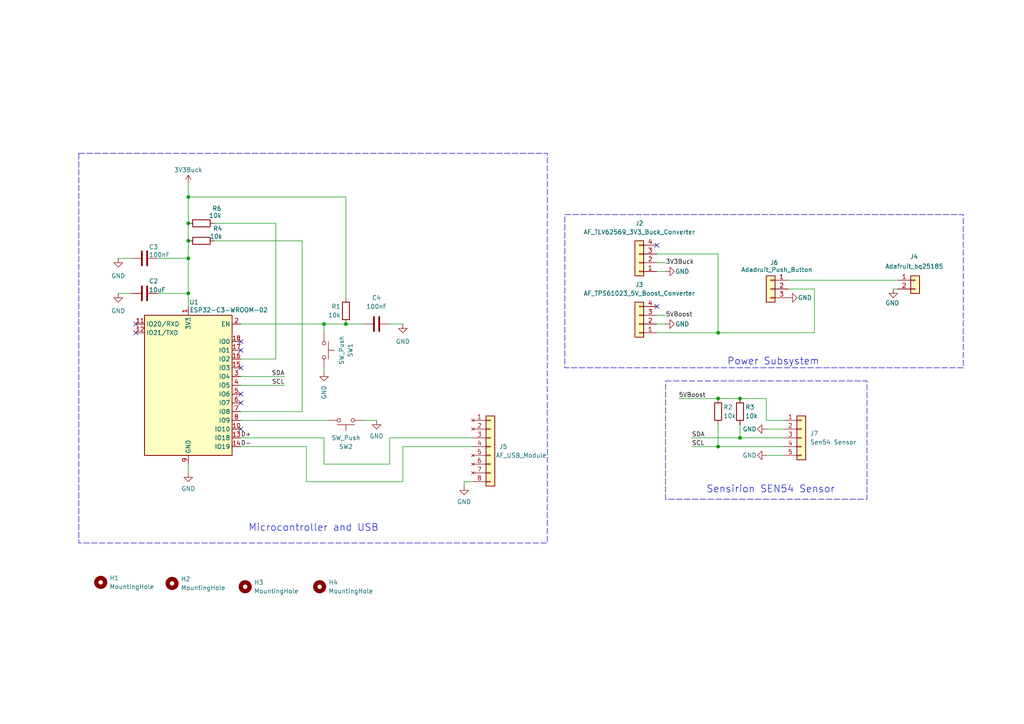
<source format=kicad_sch>
(kicad_sch (version 20231120) (generator "eeschema") (generator_version "8.0")
  (paper "A4")
  (title_block (title "Ramen Sensor") (date "2025-04-02") (rev "v1"))
  (lib_symbols
    (symbol "Conn_01x04_1" (pin_names (offset 1.016) hide)
      (property "Reference" "J2" (at 0 -11.43 0))
      (property "Value" "AF_TLV62569_3V3_Buck_Converter" (at 0 -8.89 0))
      (symbol "Conn_01x04_1_1_1"
        (rectangle (start -1.27 -4.953) (end 0 -5.207) (stroke (width 0.1524)))
        (rectangle (start -1.27 -2.413) (end 0 -2.667) (stroke (width 0.1524)))
        (rectangle (start -1.27 0.127) (end 0 -0.127) (stroke (width 0.1524)))
        (rectangle (start -1.27 2.667) (end 0 2.413) (stroke (width 0.1524)))
        (rectangle (start -1.27 3.81) (end 1.27 -6.35) (stroke (width 0.254)) (fill (type background)))
        (pin power_in line (at -5.08 2.54 0) (length 3.81) (name "GND") (number "1"))
        (pin power_out line (at -5.08 0 0) (length 3.81) (name "3V") (number "2"))
        (pin power_in line (at -5.08 -2.54 0) (length 3.81) (name "Vin") (number "3"))
        (pin input line (at -5.08 -5.08 0) (length 3.81) (name "En") (number "4"))
      )
    )
    (symbol "Connector_Generic:Conn_01x02" (pin_names (offset 1.016) hide)
      (property "Reference" "J4" (at 2.54 0.0001 0))
      (property "Value" "Conn_01x02" (at 2.54 -2.5399 0))
      (symbol "Conn_01x02_1_1"
        (rectangle (start -1.27 -2.413) (end 0 -2.667) (stroke (width 0.1524)))
        (rectangle (start -1.27 0.127) (end 0 -0.127) (stroke (width 0.1524)))
        (rectangle (start -1.27 1.27) (end 1.27 -3.81) (stroke (width 0.254)) (fill (type background)))
        (pin power_out line (at -5.08 0 0) (length 3.81) (name "load+") (number "1"))
        (pin power_out line (at -5.08 -2.54 0) (length 3.81) (name "load-") (number "2"))
      )
    )
    (symbol "Connector_Generic:Conn_01x03" (pin_names (offset 1.016) hide)
      (property "Reference" "J6" (at -1.016 7.62 0))
      (property "Value" "Adadruit_Push_Button" (at -1.778 5.588 0))
      (symbol "Conn_01x03_1_1"
        (rectangle (start -1.27 -2.413) (end 0 -2.667) (stroke (width 0.1524)))
        (rectangle (start -1.27 0.127) (end 0 -0.127) (stroke (width 0.1524)))
        (rectangle (start -1.27 2.667) (end 0 2.413) (stroke (width 0.1524)))
        (rectangle (start -1.27 3.81) (end 1.27 -3.81) (stroke (width 0.254)) (fill (type background)))
        (pin power_in line (at -5.08 2.54 0) (length 3.81) (name "Vin") (number "1"))
        (pin power_out line (at -5.08 0 0) (length 3.81) (name "Vout") (number "2"))
        (pin power_in line (at -5.08 -2.54 0) (length 3.81) (name "GND") (number "3"))
      )
    )
    (symbol "Connector_Generic:Conn_01x04" (pin_names (offset 1.016) hide)
      (property "Reference" "J3" (at 0 -11.43 0))
      (property "Value" "AF_TPS61023_5V_Buck_Converter" (at 0 -8.89 0))
      (symbol "Conn_01x04_1_1"
        (rectangle (start -1.27 -4.953) (end 0 -5.207) (stroke (width 0.1524)))
        (rectangle (start -1.27 -2.413) (end 0 -2.667) (stroke (width 0.1524)))
        (rectangle (start -1.27 0.127) (end 0 -0.127) (stroke (width 0.1524)))
        (rectangle (start -1.27 2.667) (end 0 2.413) (stroke (width 0.1524)))
        (rectangle (start -1.27 3.81) (end 1.27 -6.35) (stroke (width 0.254)) (fill (type background)))
        (pin power_in line (at -5.08 2.54 0) (length 3.81) (name "Vin") (number "1"))
        (pin power_in line (at -5.08 0 0) (length 3.81) (name "GND") (number "2"))
        (pin power_out line (at -5.08 -2.54 0) (length 3.81) (name "5V") (number "3"))
        (pin input line (at -5.08 -5.08 0) (length 3.81) (name "EN") (number "4"))
      )
    )
    (symbol "Connector_Generic:Conn_01x05" (pin_names (offset 1.016) hide)
      (property "Reference" "J7" (at 2.54 1.2701 0))
      (property "Value" "Conn_01x05" (at 2.54 -1.2699 0))
      (symbol "Conn_01x05_1_1"
        (rectangle (start -1.27 -4.953) (end 0 -5.207) (stroke (width 0.1524)))
        (rectangle (start -1.27 -2.413) (end 0 -2.667) (stroke (width 0.1524)))
        (rectangle (start -1.27 0.127) (end 0 -0.127) (stroke (width 0.1524)))
        (rectangle (start -1.27 2.667) (end 0 2.413) (stroke (width 0.1524)))
        (rectangle (start -1.27 5.207) (end 0 4.953) (stroke (width 0.1524)))
        (rectangle (start -1.27 6.35) (end 1.27 -6.35) (stroke (width 0.254)) (fill (type background)))
        (pin power_in line (at -5.08 5.08 0) (length 3.81) (name "VDD") (number "1"))
        (pin power_in line (at -5.08 2.54 0) (length 3.81) (name "GND") (number "2"))
        (pin bidirectional line (at -5.08 0 0) (length 3.81) (name "SDA") (number "3"))
        (pin bidirectional line (at -5.08 -2.54 0) (length 3.81) (name "SCL") (number "4"))
        (pin passive line (at -5.08 -5.08 0) (length 3.81) (name "SEL") (number "5"))
      )
    )
    (symbol "Connector_Generic:Conn_01x08" (pin_names (offset 1.016) hide)
      (property "Reference" "J5" (at 2.54 0.0001 0))
      (property "Value" "AF_USB_Module" (at 1.524 -2.54 0))
      (symbol "Conn_01x08_1_1"
        (rectangle (start -1.27 -10.033) (end 0 -10.287) (stroke (width 0.1524)))
        (rectangle (start -1.27 -7.493) (end 0 -7.747) (stroke (width 0.1524)))
        (rectangle (start -1.27 -4.953) (end 0 -5.207) (stroke (width 0.1524)))
        (rectangle (start -1.27 -2.413) (end 0 -2.667) (stroke (width 0.1524)))
        (rectangle (start -1.27 0.127) (end 0 -0.127) (stroke (width 0.1524)))
        (rectangle (start -1.27 2.667) (end 0 2.413) (stroke (width 0.1524)))
        (rectangle (start -1.27 5.207) (end 0 4.953) (stroke (width 0.1524)))
        (rectangle (start -1.27 7.747) (end 0 7.493) (stroke (width 0.1524)))
        (rectangle (start -1.27 8.89) (end 1.27 -11.43) (stroke (width 0.254)) (fill (type background)))
        (pin no_connect line (at -5.08 7.62 0) (length 3.81) (name "CC2") (number "1"))
        (pin no_connect line (at -5.08 5.08 0) (length 3.81) (name "SBU1") (number "2"))
        (pin bidirectional line (at -5.08 2.54 0) (length 3.81) (name "D+") (number "3"))
        (pin bidirectional line (at -5.08 0 0) (length 3.81) (name "D-") (number "4"))
        (pin no_connect line (at -5.08 -2.54 0) (length 3.81) (name "CC1") (number "5"))
        (pin no_connect line (at -5.08 -5.08 0) (length 3.81) (name "SBU2") (number "6"))
        (pin no_connect line (at -5.08 -7.62 0) (length 3.81) (name "VBUS") (number "7"))
        (pin power_in line (at -5.08 -10.16 0) (length 3.81) (name "GND") (number "8"))
      )
    )
    (symbol "Device:C" (pin_numbers hide) (pin_names (offset 0.254))
      (property "Reference" "C" (at 0.635 2.54 0))
      (property "Value" "C" (at 0.635 -2.54 0))
      (symbol "C_0_1"
        (polyline (pts (xy -2.032 -0.762) (xy 2.032 -0.762)) (stroke (width 0.508)))
        (polyline (pts (xy -2.032 0.762) (xy 2.032 0.762)) (stroke (width 0.508)))
      )
      (symbol "C_1_1"
        (pin passive line (at 0 3.81 270) (length 2.794) (name "~") (number "1"))
        (pin passive line (at 0 -3.81 90) (length 2.794) (name "~") (number "2"))
      )
    )
    (symbol "Device:R" (pin_numbers hide) (pin_names (offset 0))
      (property "Reference" "R" (at 2.032 0 90))
      (property "Value" "R" (at 0 0 90))
      (symbol "R_0_1"
        (rectangle (start -1.016 -2.54) (end 1.016 2.54) (stroke (width 0.254)))
      )
      (symbol "R_1_1"
        (pin passive line (at 0 3.81 270) (length 1.27) (name "~") (number "1"))
        (pin passive line (at 0 -3.81 90) (length 1.27) (name "~") (number "2"))
      )
    )
    (symbol "Mechanical:MountingHole" (pin_names (offset 1.016)) (exclude_from_sim yes) (in_bom no)
      (property "Reference" "H" (at 0 5.08 0))
      (property "Value" "MountingHole" (at 0 3.175 0))
      (symbol "MountingHole_0_1"
        (circle (center 0 0) (radius 1.27) (stroke (width 1.27)))
      )
    )
    (symbol "RF_Module:ESP32-C3-WROOM-02"
      (property "Reference" "U" (at -12.192 21.336 0))
      (property "Value" "ESP32-C3-WROOM-02" (at 12.192 21.336 0))
      (symbol "ESP32-C3-WROOM-02_1_1"
        (rectangle (start -12.7 20.32) (end 12.7 -20.32) (stroke (width 0.254)) (fill (type background)))
        (pin power_in line (at 0 22.86 270) (length 2.54) (name "3V3") (number "1"))
        (pin bidirectional line (at -15.24 -12.7 0) (length 2.54) (name "IO10") (number "10"))
        (pin bidirectional line (at 15.24 17.78 180) (length 2.54) (name "IO20/RXD") (number "11"))
        (pin bidirectional line (at 15.24 15.24 180) (length 2.54) (name "IO21/TXD") (number "12"))
        (pin bidirectional line (at -15.24 -15.24 0) (length 2.54) (name "IO18") (number "13"))
        (pin bidirectional line (at -15.24 -17.78 0) (length 2.54) (name "IO19") (number "14"))
        (pin bidirectional line (at -15.24 5.08 0) (length 2.54) (name "IO3") (number "15"))
        (pin bidirectional line (at -15.24 7.62 0) (length 2.54) (name "IO2") (number "16"))
        (pin bidirectional line (at -15.24 10.16 0) (length 2.54) (name "IO1") (number "17"))
        (pin bidirectional line (at -15.24 12.7 0) (length 2.54) (name "IO0") (number "18"))
        (pin passive line (at 0 -22.86 90) (length 2.54) hide (name "GND") (number "19"))
        (pin input line (at -15.24 17.78 0) (length 2.54) (name "EN") (number "2"))
        (pin bidirectional line (at -15.24 2.54 0) (length 2.54) (name "IO4") (number "3"))
        (pin bidirectional line (at -15.24 0 0) (length 2.54) (name "IO5") (number "4"))
        (pin bidirectional line (at -15.24 -2.54 0) (length 2.54) (name "IO6") (number "5"))
        (pin bidirectional line (at -15.24 -5.08 0) (length 2.54) (name "IO7") (number "6"))
        (pin bidirectional line (at -15.24 -7.62 0) (length 2.54) (name "IO8") (number "7"))
        (pin bidirectional line (at -15.24 -10.16 0) (length 2.54) (name "IO9") (number "8"))
        (pin power_in line (at 0 -22.86 90) (length 2.54) (name "GND") (number "9"))
      )
    )
    (symbol "Switch:SW_Push" (pin_numbers hide) (pin_names (offset 1.016) hide)
      (property "Reference" "SW" (at 1.27 2.54 0))
      (property "Value" "SW_Push" (at 0 -1.524 0))
      (symbol "SW_Push_0_1"
        (circle (center -2.032 0) (radius 0.508))
        (polyline (pts (xy 0 1.27) (xy 0 3.048)))
        (polyline (pts (xy 2.54 1.27) (xy -2.54 1.27)))
        (circle (center 2.032 0) (radius 0.508))
        (pin passive line (at -5.08 0 0) (length 2.54) (name "1") (number "1"))
        (pin passive line (at 5.08 0 180) (length 2.54) (name "2") (number "2"))
      )
    )
    (symbol "power:+3V3" (power) (pin_numbers hide) (pin_names (offset 0) hide)
      (property "Value" "+3V3" (at 0 3.556 0))
      (symbol "+3V3_0_1"
        (polyline (pts (xy -0.762 1.27) (xy 0 2.54)))
        (polyline (pts (xy 0 0) (xy 0 2.54)))
        (polyline (pts (xy 0 2.54) (xy 0.762 1.27)))
      )
      (symbol "+3V3_1_1"
        (pin power_in line (at 0 0 90) (length 0) (name "~") (number "1"))
      )
    )
    (symbol "power:GND" (power) (pin_numbers hide) (pin_names (offset 0) hide)
      (property "Value" "GND" (at 0 -3.81 0))
      (symbol "GND_0_1"
        (polyline (pts (xy 0 0) (xy 0 -1.27) (xy 1.27 -1.27) (xy 0 -2.54) (xy -1.27 -1.27) (xy 0 -1.27)))
      )
      (symbol "GND_1_1"
        (pin power_in line (at 0 0 270) (length 0) (name "~") (number "1"))
      )
    )
  )
  (junction (at 100.33 93.98))
  (junction (at 54.61 57.15))
  (junction (at 208.28 129.54))
  (junction (at 54.61 64.77))
  (junction (at 214.63 127))
  (junction (at 54.61 69.85))
  (junction (at 208.28 115.57))
  (junction (at 54.61 74.93))
  (junction (at 214.63 115.57))
  (junction (at 208.28 96.52))
  (junction (at 54.61 85.09))
  (junction (at 93.98 93.98))
  (no_connect (at 69.85 124.46))
  (no_connect (at 39.37 93.98))
  (no_connect (at 39.37 96.52))
  (no_connect (at 69.85 106.68))
  (no_connect (at 190.5 71.12))
  (no_connect (at 190.5 88.9))
  (no_connect (at 69.85 99.06))
  (no_connect (at 69.85 116.84))
  (no_connect (at 69.85 114.3))
  (no_connect (at 69.85 101.6))
  (wire (pts (xy 116.84 139.7) (xy 88.9 139.7)))
  (wire (pts (xy 93.98 134.62) (xy 93.98 127)))
  (wire (pts (xy 113.03 134.62) (xy 93.98 134.62)))
  (wire (pts (xy 113.03 127) (xy 137.16 127)))
  (wire (pts (xy 214.63 123.19) (xy 214.63 127)))
  (wire (pts (xy 137.16 139.7) (xy 134.62 139.7)))
  (wire (pts (xy 208.28 115.57) (xy 214.63 115.57)))
  (wire (pts (xy 93.98 93.98) (xy 100.33 93.98)))
  (wire (pts (xy 45.72 85.09) (xy 54.61 85.09)))
  (wire (pts (xy 54.61 69.85) (xy 54.61 74.93)))
  (wire (pts (xy 69.85 119.38) (xy 87.63 119.38)))
  (wire (pts (xy 34.29 85.09) (xy 38.1 85.09)))
  (wire (pts (xy 80.01 64.77) (xy 80.01 104.14)))
  (wire (pts (xy 227.33 129.54) (xy 208.28 129.54)))
  (wire (pts (xy 214.63 127) (xy 227.33 127)))
  (wire (pts (xy 200.66 127) (xy 214.63 127)))
  (wire (pts (xy 208.28 96.52) (xy 190.5 96.52)))
  (wire (pts (xy 228.6 81.28) (xy 260.35 81.28)))
  (wire (pts (xy 100.33 57.15) (xy 54.61 57.15)))
  (wire (pts (xy 190.5 73.66) (xy 208.28 73.66)))
  (wire (pts (xy 87.63 69.85) (xy 87.63 119.38)))
  (wire (pts (xy 69.85 121.92) (xy 95.25 121.92)))
  (wire (pts (xy 193.04 78.74) (xy 190.5 78.74)))
  (wire (pts (xy 82.55 111.76) (xy 69.85 111.76)))
  (wire (pts (xy 116.84 129.54) (xy 137.16 129.54)))
  (wire (pts (xy 113.03 127) (xy 113.03 134.62)))
  (wire (pts (xy 134.62 139.7) (xy 134.62 140.97)))
  (wire (pts (xy 208.28 73.66) (xy 208.28 96.52)))
  (wire (pts (xy 69.85 93.98) (xy 93.98 93.98)))
  (wire (pts (xy 208.28 123.19) (xy 208.28 129.54)))
  (wire (pts (xy 259.08 83.82) (xy 260.35 83.82)))
  (wire (pts (xy 62.23 69.85) (xy 87.63 69.85)))
  (wire (pts (xy 200.66 129.54) (xy 208.28 129.54)))
  (wire (pts (xy 228.6 83.82) (xy 236.22 83.82)))
  (wire (pts (xy 54.61 137.16) (xy 54.61 134.62)))
  (wire (pts (xy 236.22 83.82) (xy 236.22 96.52)))
  (wire (pts (xy 54.61 85.09) (xy 54.61 88.9)))
  (wire (pts (xy 54.61 57.15) (xy 54.61 53.34)))
  (wire (pts (xy 80.01 104.14) (xy 69.85 104.14)))
  (wire (pts (xy 54.61 64.77) (xy 54.61 69.85)))
  (wire (pts (xy 193.04 91.44) (xy 190.5 91.44)))
  (wire (pts (xy 62.23 64.77) (xy 80.01 64.77)))
  (wire (pts (xy 193.04 76.2) (xy 190.5 76.2)))
  (wire (pts (xy 88.9 139.7) (xy 88.9 129.54)))
  (wire (pts (xy 54.61 74.93) (xy 54.61 85.09)))
  (wire (pts (xy 100.33 57.15) (xy 100.33 86.36)))
  (wire (pts (xy 196.85 115.57) (xy 208.28 115.57)))
  (wire (pts (xy 116.84 93.98) (xy 113.03 93.98)))
  (wire (pts (xy 236.22 96.52) (xy 208.28 96.52)))
  (wire (pts (xy 190.5 93.98) (xy 193.04 93.98)))
  (wire (pts (xy 69.85 127) (xy 93.98 127)))
  (wire (pts (xy 93.98 96.52) (xy 93.98 93.98)))
  (wire (pts (xy 222.25 121.92) (xy 222.25 115.57)))
  (wire (pts (xy 69.85 129.54) (xy 88.9 129.54)))
  (wire (pts (xy 54.61 64.77) (xy 54.61 57.15)))
  (wire (pts (xy 222.25 124.46) (xy 227.33 124.46)))
  (wire (pts (xy 105.41 93.98) (xy 100.33 93.98)))
  (wire (pts (xy 227.33 121.92) (xy 222.25 121.92)))
  (wire (pts (xy 34.29 74.93) (xy 38.1 74.93)))
  (wire (pts (xy 222.25 132.08) (xy 227.33 132.08)))
  (wire (pts (xy 116.84 129.54) (xy 116.84 139.7)))
  (wire (pts (xy 82.55 109.22) (xy 69.85 109.22)))
  (wire (pts (xy 93.98 107.95) (xy 93.98 106.68)))
  (wire (pts (xy 214.63 115.57) (xy 222.25 115.57)))
  (wire (pts (xy 45.72 74.93) (xy 54.61 74.93)))
  (wire (pts (xy 109.22 121.92) (xy 105.41 121.92)))
  (rectangle (start 22.86 44.45) (end 158.75 157.48) (stroke (width 0) (type dash)))
  (rectangle (start 193.04 110.49) (end 251.46 144.78) (stroke (width 0) (type dash)))
  (rectangle (start 163.83 62.23) (end 279.4 106.68) (stroke (width 0) (type dash)))
  (text "Sensirion SEN54 Sensor" (at 223.52 141.986 0) (effects (font (size 2.032 2.032))))
  (text "Microcontroller and USB" (at 90.932 153.162 0) (effects (font (size 2.032 2.032))))
  (text "Power Subsystem" (at 224.282 104.902 0) (effects (font (size 2.032 2.032))))
  (label "3V3Buck" (at 193.04 76.2 0))
  (label "D-" (at 69.85 129.54 0))
  (label "SDA" (at 200.66 127 0))
  (label "5VBoost" (at 193.04 91.44 0))
  (label "SCL" (at 200.66 129.54 0))
  (label "D+" (at 69.85 127 0))
  (label "5VBoost" (at 196.85 115.57 0))
  (label "SDA" (at 82.55 109.22 180))
  (label "SCL" (at 82.55 111.76 180))
  (symbol (lib_id "power:GND") (at 93.98 107.95 0) (mirror y) (unit 1)
    (property "Reference" "#PWR02" (effects (hide yes)))
    (property "Value" "GND" (at 93.9801 111.76 90) (effects (justify right)))
    (property "Description" "Power symbol creates a global label with name \"GND\" , ground" (effects (hide yes)))
  )
  (symbol (lib_id "RF_Module:ESP32-C3-WROOM-02") (at 54.61 111.76 0) (mirror y) (unit 1)
    (property "Reference" "U1" (at 57.658 87.63 0) (effects (justify left)))
    (property "Value" "ESP32-C3-WROOM-02" (at 77.724 89.916 0) (effects (justify left)))
    (property "Footprint" "RF_Module:ESP32-C3-WROOM-02" (effects (hide yes)))
    (property "Datasheet" "https://www.espressif.com/sites/default/files/documentation/esp32-c3-wroom-02_datasheet_en.pdf" (effects (hide yes)))
    (property "Description" "802.11 b/g/n Wi­Fi and Bluetooth 5 module, ESP32­C3 SoC, RISC­V microprocessor, On-board antenna" (effects (hide yes)))
  )
  (symbol (lib_name "Conn_01x04_1") (lib_id "Connector_Generic:Conn_01x04") (at 185.42 76.2 180) (unit 1)
    (property "Reference" "J2" (at 185.42 64.77 0))
    (property "Value" "AF_TLV62569_3V3_Buck_Converter" (at 185.42 67.31 0))
    (property "Footprint" "Connector_PinHeader_2.54mm:PinHeader_1x04_P2.54mm_Vertical" (effects (hide yes)))
    (property "Description" "Generic connector, single row, 01x04, script generated (kicad-library-utils/schlib/autogen/connector/)" (effects (hide yes)))
  )
  (symbol (lib_id "power:+3V3") (at 54.61 53.34 0) (unit 1)
    (property "Reference" "#PWR06" (effects (hide yes)))
    (property "Value" "3V3Buck" (at 54.61 49.276 0))
    (property "Description" "Power symbol creates a global label with name \"+3V3\"" (effects (hide yes)))
  )
  (symbol (lib_id "Device:R") (at 58.42 64.77 270) (unit 1)
    (property "Reference" "R6" (at 64.262 61.214 90) (effects (justify right bottom)))
    (property "Value" "10k" (at 64.262 63.246 90) (effects (justify right bottom)))
    (property "Footprint" "Resistor_SMD:R_0805_2012Metric_Pad1.20x1.40mm_HandSolder" (effects (hide yes)))
    (property "Description" "Resistor" (effects (hide yes)))
  )
  (symbol (lib_id "Switch:SW_Push") (at 93.98 101.6 270) (mirror x) (unit 1)
    (property "Reference" "SW1" (at 101.6 101.6 0))
    (property "Value" "SW_Push" (at 99.06 101.6 0))
    (property "Footprint" "Button_Switch_THT:SW_PUSH_6mm" (effects (hide yes)))
    (property "Description" "Push button switch, generic, two pins" (effects (hide yes)))
  )
  (symbol (lib_id "Connector_Generic:Conn_01x04") (at 185.42 93.98 180) (unit 1)
    (property "Reference" "J3" (at 185.42 82.55 0))
    (property "Value" "AF_TPS61023_5V_Boost_Converter" (at 185.42 85.09 0))
    (property "Footprint" "Connector_PinHeader_2.54mm:PinHeader_1x04_P2.54mm_Vertical" (effects (hide yes)))
    (property "Description" "Generic connector, single row, 01x04, script generated (kicad-library-utils/schlib/autogen/connector/)" (effects (hide yes)))
  )
  (symbol (lib_id "power:GND") (at 259.08 83.82 0) (unit 1)
    (property "Reference" "#PWR010" (effects (hide yes)))
    (property "Value" "GND" (at 260.858 87.884 0) (effects (justify right)))
    (property "Description" "Power symbol creates a global label with name \"GND\" , ground" (effects (hide yes)))
  )
  (symbol (lib_id "Switch:SW_Push") (at 100.33 121.92 180) (unit 1)
    (property "Reference" "SW2" (at 100.33 129.54 0))
    (property "Value" "SW_Push" (at 100.33 127 0))
    (property "Footprint" "Button_Switch_THT:SW_PUSH_6mm" (effects (hide yes)))
    (property "Description" "Push button switch, generic, two pins" (effects (hide yes)))
  )
  (symbol (lib_id "Connector_Generic:Conn_01x08") (at 142.24 129.54 0) (unit 1)
    (property "Reference" "J5" (at 144.78 129.5399 0) (effects (justify left)))
    (property "Value" "AF_USB_Module" (at 143.764 132.08 0) (effects (justify left)))
    (property "Footprint" "Connector_PinHeader_2.54mm:PinHeader_1x08_P2.54mm_Vertical" (effects (hide yes)))
    (property "Description" "Generic connector, single row, 01x08, script generated (kicad-library-utils/schlib/autogen/connector/)" (effects (hide yes)))
  )
  (symbol (lib_id "power:GND") (at 34.29 85.09 0) (mirror y) (unit 1)
    (property "Reference" "#PWR04" (effects (hide yes)))
    (property "Value" "GND" (at 34.29 90.17 0))
    (property "Description" "Power symbol creates a global label with name \"GND\" , ground" (effects (hide yes)))
  )
  (symbol (lib_id "Device:R") (at 100.33 90.17 0) (mirror y) (unit 1)
    (property "Reference" "R1" (at 98.806 88.9 0) (effects (justify left)))
    (property "Value" "10k" (at 98.806 91.44 0) (effects (justify left)))
    (property "Footprint" "Resistor_SMD:R_0805_2012Metric_Pad1.20x1.40mm_HandSolder" (effects (hide yes)))
    (property "Description" "Resistor" (effects (hide yes)))
  )
  (symbol (lib_id "power:GND") (at 222.25 132.08 270) (unit 1)
    (property "Reference" "#PWR015" (effects (hide yes)))
    (property "Value" "GND" (at 219.456 132.08 90) (effects (justify right)))
    (property "Description" "Power symbol creates a global label with name \"GND\" , ground" (effects (hide yes)))
  )
  (symbol (lib_id "Device:R") (at 208.28 119.38 0) (unit 1)
    (property "Reference" "R2" (at 209.804 118.11 0) (effects (justify left)))
    (property "Value" "10k" (at 209.804 120.65 0) (effects (justify left)))
    (property "Footprint" "Resistor_SMD:R_0805_2012Metric_Pad1.20x1.40mm_HandSolder" (effects (hide yes)))
    (property "Description" "Resistor" (effects (hide yes)))
  )
  (symbol (lib_id "power:GND") (at 134.62 140.97 0) (unit 1)
    (property "Reference" "#PWR08" (effects (hide yes)))
    (property "Value" "GND" (at 136.652 145.542 0) (effects (justify right)))
    (property "Description" "Power symbol creates a global label with name \"GND\" , ground" (effects (hide yes)))
  )
  (symbol (lib_id "Mechanical:MountingHole") (at 71.12 170.18 0) (unit 1) (exclude_from_sim yes) (in_bom no)
    (property "Reference" "H3" (at 73.66 168.9099 0) (effects (justify left)))
    (property "Value" "MountingHole" (at 73.66 171.4499 0) (effects (justify left)))
    (property "Footprint" "MountingHole:MountingHole_2.2mm_M2_DIN965" (effects (hide yes)))
    (property "Description" "Mounting Hole without connection" (effects (hide yes)))
  )
  (symbol (lib_id "Mechanical:MountingHole") (at 49.9092 169.2207 0) (unit 1) (exclude_from_sim yes) (in_bom no)
    (property "Reference" "H2" (at 52.4492 167.9506 0) (effects (justify left)))
    (property "Value" "MountingHole" (at 52.4492 170.4906 0) (effects (justify left)))
    (property "Footprint" "MountingHole:MountingHole_2.2mm_M2_DIN965" (effects (hide yes)))
    (property "Description" "Mounting Hole without connection" (effects (hide yes)))
  )
  (symbol (lib_id "power:GND") (at 228.6 86.36 90) (unit 1)
    (property "Reference" "#PWR07" (effects (hide yes)))
    (property "Value" "GND" (at 231.394 86.36 90) (effects (justify right)))
    (property "Description" "Power symbol creates a global label with name \"GND\" , ground" (effects (hide yes)))
  )
  (symbol (lib_id "Mechanical:MountingHole") (at 29.21 168.91 0) (unit 1) (exclude_from_sim yes) (in_bom no)
    (property "Reference" "H1" (at 31.75 167.6399 0) (effects (justify left)))
    (property "Value" "MountingHole" (at 31.75 170.1799 0) (effects (justify left)))
    (property "Footprint" "MountingHole:MountingHole_2.2mm_M2_DIN965" (effects (hide yes)))
    (property "Description" "Mounting Hole without connection" (effects (hide yes)))
  )
  (symbol (lib_id "power:GND") (at 54.61 137.16 0) (mirror y) (unit 1)
    (property "Reference" "#PWR01" (effects (hide yes)))
    (property "Value" "GND" (at 52.578 141.732 0) (effects (justify right)))
    (property "Description" "Power symbol creates a global label with name \"GND\" , ground" (effects (hide yes)))
  )
  (symbol (lib_id "power:GND") (at 109.22 121.92 0) (unit 1)
    (property "Reference" "#PWR09" (effects (hide yes)))
    (property "Value" "GND" (at 111.252 126.492 0) (effects (justify right)))
    (property "Description" "Power symbol creates a global label with name \"GND\" , ground" (effects (hide yes)))
  )
  (symbol (lib_id "Device:R") (at 58.42 69.85 90) (unit 1)
    (property "Reference" "R4" (at 64.516 66.294 90) (effects (justify left)))
    (property "Value" "10k" (at 64.516 68.58 90) (effects (justify left)))
    (property "Footprint" "Resistor_SMD:R_0805_2012Metric_Pad1.20x1.40mm_HandSolder" (effects (hide yes)))
    (property "Description" "Resistor" (effects (hide yes)))
  )
  (symbol (lib_id "power:GND") (at 193.04 78.74 90) (unit 1)
    (property "Reference" "#PWR013" (effects (hide yes)))
    (property "Value" "GND" (at 195.834 78.74 90) (effects (justify right)))
    (property "Description" "Power symbol creates a global label with name \"GND\" , ground" (effects (hide yes)))
  )
  (symbol (lib_id "Device:C") (at 109.22 93.98 270) (mirror x) (unit 1)
    (property "Reference" "C4" (at 109.22 86.36 90))
    (property "Value" "100nF" (at 109.22 88.9 90))
    (property "Footprint" "Capacitor_SMD:C_1206_3216Metric_Pad1.33x1.80mm_HandSolder" (effects (hide yes)))
    (property "Description" "Unpolarized capacitor" (effects (hide yes)))
  )
  (symbol (lib_id "power:GND") (at 34.29 74.93 0) (mirror y) (unit 1)
    (property "Reference" "#PWR03" (effects (hide yes)))
    (property "Value" "GND" (at 34.29 80.01 0))
    (property "Description" "Power symbol creates a global label with name \"GND\" , ground" (effects (hide yes)))
  )
  (symbol (lib_id "Connector_Generic:Conn_01x02") (at 265.43 81.28 0) (unit 1)
    (property "Reference" "J4" (at 263.906 74.422 0) (effects (justify left)))
    (property "Value" "Adafruit_bq25185" (at 265.176 77.978 0) (effects (justify bottom)))
    (property "Footprint" "Connector_PinHeader_2.54mm:PinHeader_1x02_P2.54mm_Vertical" (effects (hide yes)))
    (property "Description" "Generic connector, single row, 01x02, script generated (kicad-library-utils/schlib/autogen/connector/)" (effects (hide yes)))
  )
  (symbol (lib_id "power:GND") (at 222.25 124.46 270) (unit 1)
    (property "Reference" "#PWR016" (effects (hide yes)))
    (property "Value" "GND" (at 219.456 124.46 90) (effects (justify right)))
    (property "Description" "Power symbol creates a global label with name \"GND\" , ground" (effects (hide yes)))
  )
  (symbol (lib_id "Connector_Generic:Conn_01x03") (at 223.52 83.82 0) (mirror y) (unit 1)
    (property "Reference" "J6" (at 224.536 76.2 0))
    (property "Value" "Adadruit_Push_Button" (at 225.298 78.232 0))
    (property "Footprint" "Connector_PinHeader_2.54mm:PinHeader_1x03_P2.54mm_Vertical" (effects (hide yes)))
    (property "Description" "Generic connector, single row, 01x03, script generated (kicad-library-utils/schlib/autogen/connector/)" (effects (hide yes)))
  )
  (symbol (lib_id "Connector_Generic:Conn_01x05") (at 232.41 127 0) (unit 1)
    (property "Reference" "J7" (at 234.95 125.7299 0) (effects (justify left)))
    (property "Value" "Sen54 Sensor" (at 234.95 128.2699 0) (effects (justify left)))
    (property "Footprint" "Connector_PinHeader_2.54mm:PinHeader_1x05_P2.54mm_Vertical" (effects (hide yes)))
    (property "Description" "Generic connector, single row, 01x05, script generated (kicad-library-utils/schlib/autogen/connector/)" (effects (hide yes)))
  )
  (symbol (lib_id "power:GND") (at 193.04 93.98 90) (unit 1)
    (property "Reference" "#PWR014" (effects (hide yes)))
    (property "Value" "GND" (at 195.834 93.98 90) (effects (justify right)))
    (property "Description" "Power symbol creates a global label with name \"GND\" , ground" (effects (hide yes)))
  )
  (symbol (lib_id "Device:C") (at 41.91 85.09 270) (mirror x) (unit 1)
    (property "Reference" "C2" (at 43.18 81.534 90) (effects (justify left)))
    (property "Value" "10uF" (at 43.18 84.074 90) (effects (justify left)))
    (property "Footprint" "Capacitor_SMD:C_1206_3216Metric_Pad1.33x1.80mm_HandSolder" (effects (hide yes)))
    (property "Description" "Unpolarized capacitor" (effects (hide yes)))
  )
  (symbol (lib_id "Mechanical:MountingHole") (at 92.71 170.18 0) (unit 1) (exclude_from_sim yes) (in_bom no)
    (property "Reference" "H4" (at 95.25 168.9099 0) (effects (justify left)))
    (property "Value" "MountingHole" (at 95.25 171.4499 0) (effects (justify left)))
    (property "Footprint" "MountingHole:MountingHole_2.2mm_M2_DIN965" (effects (hide yes)))
    (property "Description" "Mounting Hole without connection" (effects (hide yes)))
  )
  (symbol (lib_id "power:GND") (at 116.84 93.98 0) (mirror y) (unit 1)
    (property "Reference" "#PWR05" (effects (hide yes)))
    (property "Value" "GND" (at 116.84 99.06 0))
    (property "Description" "Power symbol creates a global label with name \"GND\" , ground" (effects (hide yes)))
  )
  (symbol (lib_id "Device:R") (at 214.63 119.38 0) (unit 1)
    (property "Reference" "R3" (at 216.154 118.11 0) (effects (justify left)))
    (property "Value" "10k" (at 216.154 120.65 0) (effects (justify left)))
    (property "Footprint" "Resistor_SMD:R_0805_2012Metric_Pad1.20x1.40mm_HandSolder" (effects (hide yes)))
    (property "Description" "Resistor" (effects (hide yes)))
  )
  (symbol (lib_id "Device:C") (at 41.91 74.93 270) (mirror x) (unit 1)
    (property "Reference" "C3" (at 43.18 71.628 90) (effects (justify left)))
    (property "Value" "100nF" (at 43.18 73.914 90) (effects (justify left)))
    (property "Footprint" "Capacitor_SMD:C_1206_3216Metric_Pad1.33x1.80mm_HandSolder" (effects (hide yes)))
    (property "Description" "Unpolarized capacitor" (effects (hide yes)))
  )
)
</source>
